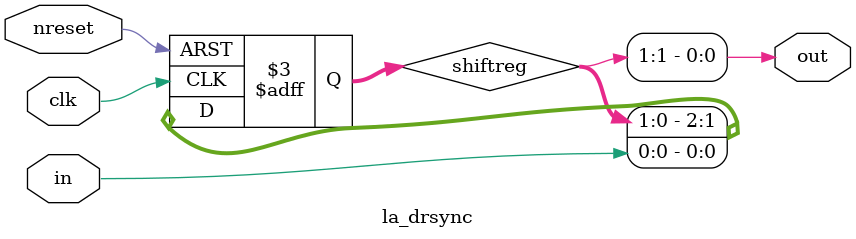
<source format=v>
module la_drsync #(parameter PROP = "DEFAULT",
                   parameter STAGES = 2, // synchronizer depth
                   parameter RND = 1)    // randomize simulation delay
   (
    input  clk,    // clock
    input  in,     // input data
    input  nreset, // async active low reset
    output out     // synchronized data
    );

    reg [STAGES:0] shiftreg;

    always @(posedge clk or negedge nreset)
        if (!nreset)
          shiftreg[STAGES:0] <= 'b0;
        else
          shiftreg[STAGES:0] <= {shiftreg[STAGES-1:0], in};

`ifdef SIM
 `ifndef VERILATOR
   integer        sync_delay;
   always @(posedge clk)
     sync_delay <= {$random} % 2;
   assign out = (|sync_delay & (|RND)) ? shiftreg[STAGES] : shiftreg[STAGES-1];
 `else
   assign out = shiftreg[STAGES-1];
 `endif
`else
   assign out = shiftreg[STAGES-1];
`endif

endmodule

</source>
